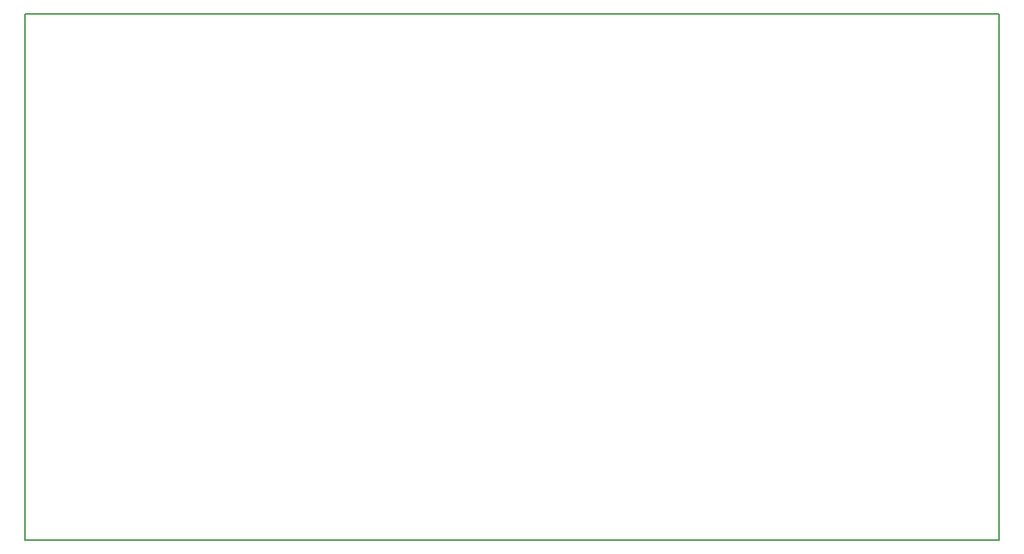
<source format=gm1>
G04 #@! TF.GenerationSoftware,KiCad,Pcbnew,5.0.0-rc1-44a33f2~62~ubuntu16.04.1*
G04 #@! TF.CreationDate,2018-04-02T12:51:17+03:00*
G04 #@! TF.ProjectId,lm317_adj_supply,6C6D3331375F61646A5F737570706C79,rev?*
G04 #@! TF.SameCoordinates,Original*
G04 #@! TF.FileFunction,Profile,NP*
%FSLAX46Y46*%
G04 Gerber Fmt 4.6, Leading zero omitted, Abs format (unit mm)*
G04 Created by KiCad (PCBNEW 5.0.0-rc1-44a33f2~62~ubuntu16.04.1) date Mon Apr  2 12:51:17 2018*
%MOMM*%
%LPD*%
G01*
G04 APERTURE LIST*
%ADD10C,0.150000*%
G04 APERTURE END LIST*
D10*
X87500000Y-127250000D02*
X87500000Y-66500000D01*
X199750000Y-127250000D02*
X87500000Y-127250000D01*
X199750000Y-66500000D02*
X199750000Y-127250000D01*
X87500000Y-66500000D02*
X199750000Y-66500000D01*
M02*

</source>
